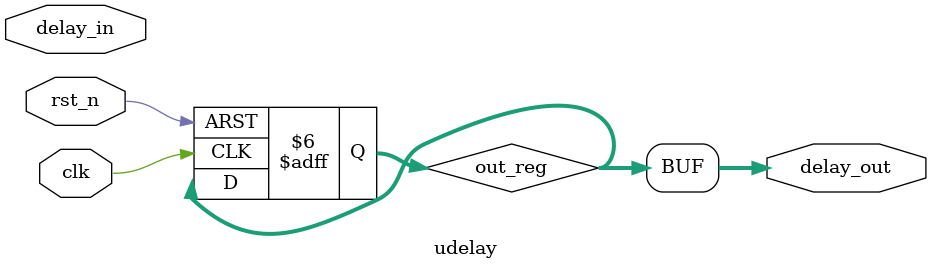
<source format=v>
module udelay #(
    parameter WIDTH = 16
)(
    input wire clk,
    input wire rst_n,
    input wire[WIDTH-1:0] delay_in,
    output wire[WIDTH-1:0] delay_out
    );
    reg[WIDTH-1:0] temp = 0,out_reg = 0;
    assign delay_out = out_reg;
    always @(posedge clk, negedge rst_n) begin
        if(rst_n == 0) begin
            out_reg <= 0;
            temp <= 0;
        end
        else begin
            temp <= delay_in;
            out_reg <= delay_out;
        end
    end
endmodule

</source>
